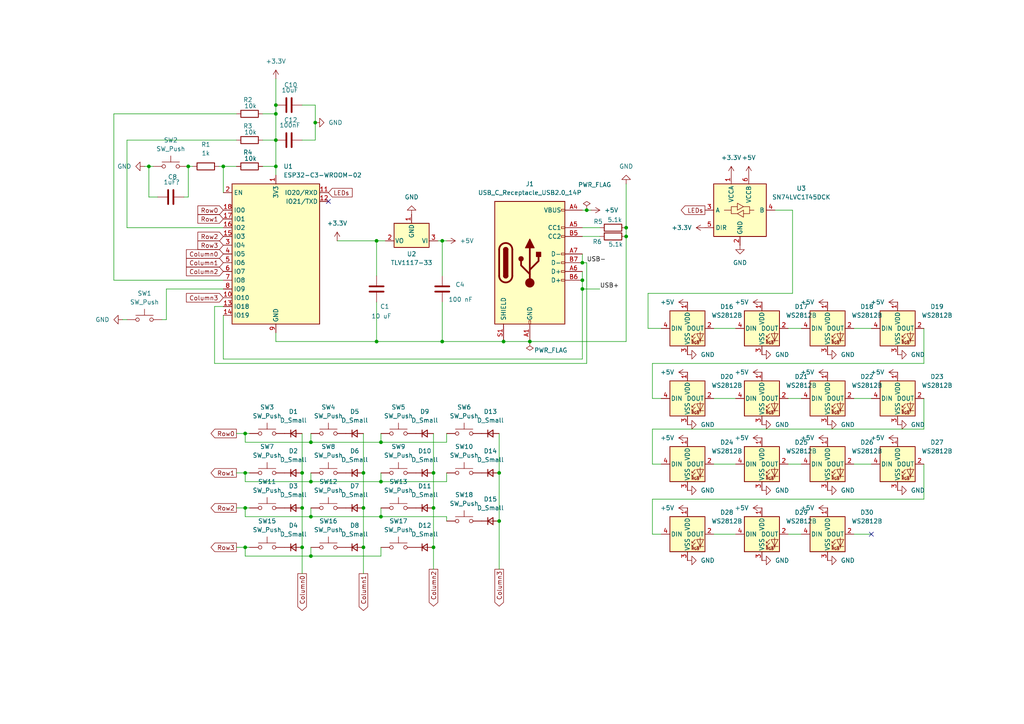
<source format=kicad_sch>
(kicad_sch (version 20250114) (generator "eeschema") (generator_version "9.0")
  (paper "A4")
  (lib_symbols
    (symbol "Connector:USB_C_Receptacle_USB2.0_14P" (pin_names (offset 1.016))
      (property "Reference" "J" (at 0 22.225 0))
      (property "Value" "USB_C_Receptacle_USB2.0_14P" (at 0 19.685 0))
      (symbol "USB_C_Receptacle_USB2.0_14P_1_1"
        (pin passive line (at -7.62 -22.86 90) (length 5.08) (name "SHIELD") (number "S1"))
        (pin passive line (at 0 -22.86 90) (length 5.08) (name "GND") (number "A1"))
        (pin passive line (at 0 -22.86 90) (length 5.08) (hide yes) (name "GND") (number "A12"))
        (pin passive line (at 0 -22.86 90) (length 5.08) (hide yes) (name "GND") (number "B1"))
        (pin passive line (at 0 -22.86 90) (length 5.08) (hide yes) (name "GND") (number "B12"))
        (pin passive line (at 15.24 15.24 180) (length 5.08) (name "VBUS") (number "A4"))
        (pin passive line (at 15.24 15.24 180) (length 5.08) (hide yes) (name "VBUS") (number "A9"))
        (pin passive line (at 15.24 15.24 180) (length 5.08) (hide yes) (name "VBUS") (number "B4"))
        (pin passive line (at 15.24 15.24 180) (length 5.08) (hide yes) (name "VBUS") (number "B9"))
        (pin bidirectional line (at 15.24 10.16 180) (length 5.08) (name "CC1") (number "A5"))
        (pin bidirectional line (at 15.24 7.62 180) (length 5.08) (name "CC2") (number "B5"))
        (pin bidirectional line (at 15.24 2.54 180) (length 5.08) (name "D-") (number "A7"))
        (pin bidirectional line (at 15.24 0 180) (length 5.08) (name "D-") (number "B7"))
        (pin bidirectional line (at 15.24 -2.54 180) (length 5.08) (name "D+") (number "A6"))
        (pin bidirectional line (at 15.24 -5.08 180) (length 5.08) (name "D+") (number "B6"))
      )
    )
    (symbol "Device:C" (pin_numbers (hide yes)) (pin_names (offset 0.254))
      (property "Reference" "C" (at 0.635 2.54 0))
      (property "Value" "C" (at 0.635 -2.54 0))
      (symbol "C_1_1"
        (pin passive line (at 0 3.81 270) (length 2.794) (name "~") (number "1"))
        (pin passive line (at 0 -3.81 90) (length 2.794) (name "~") (number "2"))
      )
    )
    (symbol "Device:D_Small" (pin_numbers (hide yes)) (pin_names (offset 0.254) (hide yes))
      (property "Reference" "D" (at -1.27 2.032 0))
      (property "Value" "D_Small" (at -3.81 -2.032 0))
      (symbol "D_Small_1_1"
        (pin passive line (at -2.54 0 0) (length 1.778) (name "K") (number "1"))
        (pin passive line (at 2.54 0 180) (length 1.778) (name "A") (number "2"))
      )
    )
    (symbol "Device:R" (pin_numbers (hide yes)) (pin_names (offset 0))
      (property "Reference" "R" (at 2.032 0 90))
      (property "Value" "R" (at 0 0 90))
      (symbol "R_1_1"
        (pin passive line (at 0 3.81 270) (length 1.27) (name "~") (number "1"))
        (pin passive line (at 0 -3.81 90) (length 1.27) (name "~") (number "2"))
      )
    )
    (symbol "LED:WS2812B" (pin_names (offset 0.254))
      (property "Reference" "D" (at 5.08 5.715 0))
      (property "Value" "WS2812B" (at 1.27 -5.715 0))
      (symbol "WS2812B_0_0"
        (text "RGB" (at 2.286 -4.191 0) (effects (font (size 0.762 0.762))))
      )
      (symbol "WS2812B_1_1"
        (pin input line (at -7.62 0 0) (length 2.54) (name "DIN") (number "4"))
        (pin power_in line (at 0 7.62 270) (length 2.54) (name "VDD") (number "1"))
        (pin power_in line (at 0 -7.62 90) (length 2.54) (name "VSS") (number "3"))
        (pin output line (at 7.62 0 180) (length 2.54) (name "DOUT") (number "2"))
      )
    )
    (symbol "Logic_LevelTranslator:SN74LVC1T45DCK"
      (property "Reference" "U" (at -6.35 8.89 0))
      (property "Value" "SN74LVC1T45DCK" (at 3.81 8.89 0))
      (symbol "SN74LVC1T45DCK_1_1"
        (pin bidirectional line (at -10.16 0 0) (length 2.54) (name "A") (number "3"))
        (pin input line (at -10.16 -5.08 0) (length 2.54) (name "DIR") (number "5"))
        (pin power_in line (at -2.54 10.16 270) (length 2.54) (name "VCCA") (number "1"))
        (pin power_in line (at 0 -10.16 90) (length 2.54) (name "GND") (number "2"))
        (pin power_in line (at 2.54 10.16 270) (length 2.54) (name "VCCB") (number "6"))
        (pin bidirectional line (at 10.16 0 180) (length 2.54) (name "B") (number "4"))
      )
    )
    (symbol "RF_Module:ESP32-C3-WROOM-02"
      (property "Reference" "U" (at -12.192 21.336 0))
      (property "Value" "ESP32-C3-WROOM-02" (at 12.192 21.336 0))
      (symbol "ESP32-C3-WROOM-02_1_1"
        (pin input line (at -15.24 17.78 0) (length 2.54) (name "EN") (number "2"))
        (pin bidirectional line (at -15.24 12.7 0) (length 2.54) (name "IO0") (number "18"))
        (pin bidirectional line (at -15.24 10.16 0) (length 2.54) (name "IO1") (number "17"))
        (pin bidirectional line (at -15.24 7.62 0) (length 2.54) (name "IO2") (number "16"))
        (pin bidirectional line (at -15.24 5.08 0) (length 2.54) (name "IO3") (number "15"))
        (pin bidirectional line (at -15.24 2.54 0) (length 2.54) (name "IO4") (number "3"))
        (pin bidirectional line (at -15.24 0 0) (length 2.54) (name "IO5") (number "4"))
        (pin bidirectional line (at -15.24 -2.54 0) (length 2.54) (name "IO6") (number "5"))
        (pin bidirectional line (at -15.24 -5.08 0) (length 2.54) (name "IO7") (number "6"))
        (pin bidirectional line (at -15.24 -7.62 0) (length 2.54) (name "IO8") (number "7"))
        (pin bidirectional line (at -15.24 -10.16 0) (length 2.54) (name "IO9") (number "8"))
        (pin bidirectional line (at -15.24 -12.7 0) (length 2.54) (name "IO10") (number "10"))
        (pin bidirectional line (at -15.24 -15.24 0) (length 2.54) (name "IO18") (number "13"))
        (pin bidirectional line (at -15.24 -17.78 0) (length 2.54) (name "IO19") (number "14"))
        (pin power_in line (at 0 22.86 270) (length 2.54) (name "3V3") (number "1"))
        (pin passive line (at 0 -22.86 90) (length 2.54) (hide yes) (name "GND") (number "19"))
        (pin power_in line (at 0 -22.86 90) (length 2.54) (name "GND") (number "9"))
        (pin bidirectional line (at 15.24 17.78 180) (length 2.54) (name "IO20/RXD") (number "11"))
        (pin bidirectional line (at 15.24 15.24 180) (length 2.54) (name "IO21/TXD") (number "12"))
      )
    )
    (symbol "Regulator_Linear:TLV1117-33" (pin_names (offset 0.254))
      (property "Reference" "U" (at -3.81 3.175 0))
      (property "Value" "TLV1117-33" (at 0 3.175 0))
      (symbol "TLV1117-33_1_1"
        (pin power_in line (at -7.62 0 0) (length 2.54) (name "VI") (number "3"))
        (pin power_in line (at 0 -7.62 90) (length 2.54) (name "GND") (number "1"))
        (pin power_out line (at 7.62 0 180) (length 2.54) (name "VO") (number "2"))
      )
    )
    (symbol "Switch:SW_Push" (pin_numbers (hide yes)) (pin_names (offset 1.016) (hide yes))
      (property "Reference" "SW" (at 1.27 2.54 0))
      (property "Value" "SW_Push" (at 0 -1.524 0))
      (symbol "SW_Push_0_1"
        (pin passive line (at -5.08 0 0) (length 2.54) (name "1") (number "1"))
        (pin passive line (at 5.08 0 180) (length 2.54) (name "2") (number "2"))
      )
    )
    (symbol "power:+3.3V" (power) (pin_numbers (hide yes)) (pin_names (offset 0) (hide yes))
      (property "Value" "+3.3V" (at 0 3.556 0))
      (symbol "+3.3V_1_1"
        (pin power_in line (at 0 0 90) (length 0) (name "~") (number "1"))
      )
    )
    (symbol "power:+5V" (power) (pin_numbers (hide yes)) (pin_names (offset 0) (hide yes))
      (property "Value" "+5V" (at 0 3.556 0))
      (symbol "+5V_1_1"
        (pin power_in line (at 0 0 90) (length 0) (name "~") (number "1"))
      )
    )
    (symbol "power:GND" (power) (pin_numbers (hide yes)) (pin_names (offset 0) (hide yes))
      (property "Value" "GND" (at 0 -3.81 0))
      (symbol "GND_1_1"
        (pin power_in line (at 0 0 270) (length 0) (name "~") (number "1"))
      )
    )
    (symbol "power:PWR_FLAG" (power) (pin_numbers (hide yes)) (pin_names (offset 0) (hide yes))
      (property "Value" "PWR_FLAG" (at 0 3.81 0))
      (symbol "PWR_FLAG_0_0"
        (pin power_out line (at 0 0 90) (length 0) (name "~") (number "1"))
      )
    )
  )
  (junction (at 71.12 137.16))
  (junction (at 87.63 158.75))
  (junction (at 146.05 99.06))
  (junction (at 91.44 35.56))
  (junction (at 153.67 99.06))
  (junction (at 144.78 151.13))
  (junction (at 43.18 48.26))
  (junction (at 90.17 128.27))
  (junction (at 71.12 147.32))
  (junction (at 87.63 147.32))
  (junction (at 105.41 147.32))
  (junction (at 109.22 99.06))
  (junction (at 71.12 158.75))
  (junction (at 80.01 33.02))
  (junction (at 181.61 66.04))
  (junction (at 168.91 83.82))
  (junction (at 90.17 139.7))
  (junction (at 168.91 81.28))
  (junction (at 90.17 161.29))
  (junction (at 109.22 69.85))
  (junction (at 128.27 99.06))
  (junction (at 90.17 149.86))
  (junction (at 181.61 68.58))
  (junction (at 110.49 139.7))
  (junction (at 71.12 125.73))
  (junction (at 170.18 60.96))
  (junction (at 110.49 149.86))
  (junction (at 125.73 147.32))
  (junction (at 87.63 137.16))
  (junction (at 105.41 137.16))
  (junction (at 110.49 128.27))
  (junction (at 64.77 48.26))
  (junction (at 80.01 30.48))
  (junction (at 105.41 158.75))
  (junction (at 80.01 48.26))
  (junction (at 125.73 137.16))
  (junction (at 54.61 48.26))
  (junction (at 168.91 76.2))
  (junction (at 80.01 40.64))
  (junction (at 128.27 69.85))
  (junction (at 125.73 158.75))
  (junction (at 144.78 137.16))
  (no_connect (at 252.73 154.94))
  (no_connect (at 95.25 58.42))
  (wire (pts (xy 229.87 85.09) (xy 187.96 85.09)))
  (wire (pts (xy 110.49 149.86) (xy 129.54 149.86)))
  (wire (pts (xy 64.77 88.9) (xy 62.23 88.9)))
  (wire (pts (xy 125.73 125.73) (xy 125.73 137.16)))
  (wire (pts (xy 228.6 134.62) (xy 232.41 134.62)))
  (wire (pts (xy 54.61 57.15) (xy 54.61 48.26)))
  (wire (pts (xy 91.44 40.64) (xy 87.63 40.64)))
  (wire (pts (xy 181.61 53.34) (xy 181.61 66.04)))
  (wire (pts (xy 91.44 30.48) (xy 91.44 35.56)))
  (wire (pts (xy 48.26 83.82) (xy 64.77 83.82)))
  (wire (pts (xy 228.6 95.25) (xy 232.41 95.25)))
  (wire (pts (xy 64.77 104.14) (xy 64.77 91.44)))
  (wire (pts (xy 247.65 95.25) (xy 252.73 95.25)))
  (wire (pts (xy 36.83 40.64) (xy 36.83 66.04)))
  (wire (pts (xy 43.18 57.15) (xy 43.18 48.26)))
  (wire (pts (xy 80.01 99.06) (xy 109.22 99.06)))
  (wire (pts (xy 71.12 139.7) (xy 71.12 137.16)))
  (wire (pts (xy 110.49 128.27) (xy 110.49 125.73)))
  (wire (pts (xy 247.65 134.62) (xy 252.73 134.62)))
  (wire (pts (xy 181.61 99.06) (xy 181.61 68.58)))
  (wire (pts (xy 189.23 144.78) (xy 189.23 154.94)))
  (wire (pts (xy 110.49 149.86) (xy 110.49 147.32)))
  (wire (pts (xy 247.65 115.57) (xy 252.73 115.57)))
  (wire (pts (xy 90.17 161.29) (xy 110.49 161.29)))
  (wire (pts (xy 110.49 128.27) (xy 129.54 128.27)))
  (wire (pts (xy 76.2 33.02) (xy 80.01 33.02)))
  (wire (pts (xy 71.12 147.32) (xy 72.39 147.32)))
  (wire (pts (xy 267.97 144.78) (xy 189.23 144.78)))
  (wire (pts (xy 187.96 95.25) (xy 191.77 95.25)))
  (wire (pts (xy 247.65 154.94) (xy 252.73 154.94)))
  (wire (pts (xy 181.61 66.04) (xy 181.61 68.58)))
  (wire (pts (xy 90.17 128.27) (xy 71.12 128.27)))
  (wire (pts (xy 168.91 78.74) (xy 168.91 81.28)))
  (wire (pts (xy 71.12 149.86) (xy 90.17 149.86)))
  (wire (pts (xy 90.17 137.16) (xy 90.17 139.7)))
  (wire (pts (xy 68.58 125.73) (xy 71.12 125.73)))
  (wire (pts (xy 128.27 87.63) (xy 128.27 99.06)))
  (wire (pts (xy 189.23 115.57) (xy 191.77 115.57)))
  (wire (pts (xy 110.49 161.29) (xy 110.49 158.75)))
  (wire (pts (xy 33.02 33.02) (xy 33.02 81.28)))
  (wire (pts (xy 90.17 149.86) (xy 90.17 147.32)))
  (wire (pts (xy 125.73 137.16) (xy 125.73 147.32)))
  (wire (pts (xy 71.12 128.27) (xy 71.12 125.73)))
  (wire (pts (xy 170.18 105.41) (xy 170.18 76.2)))
  (wire (pts (xy 105.41 158.75) (xy 105.41 166.37)))
  (wire (pts (xy 87.63 158.75) (xy 87.63 166.37)))
  (wire (pts (xy 125.73 147.32) (xy 125.73 158.75)))
  (wire (pts (xy 109.22 87.63) (xy 109.22 99.06)))
  (wire (pts (xy 229.87 60.96) (xy 229.87 85.09)))
  (wire (pts (xy 71.12 147.32) (xy 71.12 149.86)))
  (wire (pts (xy 187.96 85.09) (xy 187.96 95.25)))
  (wire (pts (xy 267.97 115.57) (xy 267.97 124.46)))
  (wire (pts (xy 76.2 48.26) (xy 80.01 48.26)))
  (wire (pts (xy 76.2 40.64) (xy 80.01 40.64)))
  (wire (pts (xy 224.79 60.96) (xy 229.87 60.96)))
  (wire (pts (xy 68.58 147.32) (xy 71.12 147.32)))
  (wire (pts (xy 33.02 81.28) (xy 64.77 81.28)))
  (wire (pts (xy 129.54 128.27) (xy 129.54 125.73)))
  (wire (pts (xy 189.23 134.62) (xy 191.77 134.62)))
  (wire (pts (xy 80.01 22.86) (xy 80.01 30.48)))
  (wire (pts (xy 168.91 73.66) (xy 168.91 76.2)))
  (wire (pts (xy 90.17 125.73) (xy 90.17 128.27)))
  (wire (pts (xy 168.91 83.82) (xy 168.91 104.14)))
  (wire (pts (xy 128.27 69.85) (xy 128.27 80.01)))
  (wire (pts (xy 53.34 57.15) (xy 54.61 57.15)))
  (wire (pts (xy 41.91 48.26) (xy 43.18 48.26)))
  (wire (pts (xy 71.12 137.16) (xy 72.39 137.16)))
  (wire (pts (xy 90.17 149.86) (xy 110.49 149.86)))
  (wire (pts (xy 68.58 137.16) (xy 71.12 137.16)))
  (wire (pts (xy 62.23 88.9) (xy 62.23 105.41)))
  (wire (pts (xy 168.91 66.04) (xy 173.99 66.04)))
  (wire (pts (xy 87.63 147.32) (xy 87.63 158.75)))
  (wire (pts (xy 144.78 125.73) (xy 144.78 137.16)))
  (wire (pts (xy 207.01 154.94) (xy 213.36 154.94)))
  (wire (pts (xy 71.12 125.73) (xy 72.39 125.73)))
  (wire (pts (xy 110.49 139.7) (xy 110.49 137.16)))
  (wire (pts (xy 153.67 99.06) (xy 181.61 99.06)))
  (wire (pts (xy 64.77 48.26) (xy 64.77 55.88)))
  (wire (pts (xy 87.63 30.48) (xy 91.44 30.48)))
  (wire (pts (xy 36.83 66.04) (xy 64.77 66.04)))
  (wire (pts (xy 267.97 124.46) (xy 189.23 124.46)))
  (wire (pts (xy 90.17 139.7) (xy 110.49 139.7)))
  (wire (pts (xy 109.22 69.85) (xy 111.76 69.85)))
  (wire (pts (xy 207.01 115.57) (xy 213.36 115.57)))
  (wire (pts (xy 80.01 48.26) (xy 80.01 50.8)))
  (wire (pts (xy 228.6 154.94) (xy 232.41 154.94)))
  (wire (pts (xy 129.54 149.86) (xy 129.54 151.13)))
  (wire (pts (xy 127 69.85) (xy 128.27 69.85)))
  (wire (pts (xy 90.17 161.29) (xy 90.17 158.75)))
  (wire (pts (xy 63.5 48.26) (xy 64.77 48.26)))
  (wire (pts (xy 267.97 134.62) (xy 267.97 144.78)))
  (wire (pts (xy 189.23 154.94) (xy 191.77 154.94)))
  (wire (pts (xy 109.22 69.85) (xy 109.22 80.01)))
  (wire (pts (xy 189.23 124.46) (xy 189.23 134.62)))
  (wire (pts (xy 129.54 139.7) (xy 129.54 137.16)))
  (wire (pts (xy 43.18 48.26) (xy 44.45 48.26)))
  (wire (pts (xy 35.56 92.71) (xy 36.83 92.71)))
  (wire (pts (xy 105.41 125.73) (xy 105.41 137.16)))
  (wire (pts (xy 168.91 68.58) (xy 173.99 68.58)))
  (wire (pts (xy 80.01 33.02) (xy 80.01 40.64)))
  (wire (pts (xy 54.61 48.26) (xy 55.88 48.26)))
  (wire (pts (xy 267.97 105.41) (xy 189.23 105.41)))
  (wire (pts (xy 128.27 99.06) (xy 146.05 99.06)))
  (wire (pts (xy 125.73 158.75) (xy 125.73 165.1)))
  (wire (pts (xy 62.23 105.41) (xy 170.18 105.41)))
  (wire (pts (xy 170.18 60.96) (xy 168.91 60.96)))
  (wire (pts (xy 168.91 104.14) (xy 64.77 104.14)))
  (wire (pts (xy 97.79 69.85) (xy 109.22 69.85)))
  (wire (pts (xy 46.99 92.71) (xy 48.26 92.71)))
  (wire (pts (xy 110.49 139.7) (xy 129.54 139.7)))
  (wire (pts (xy 71.12 158.75) (xy 71.12 161.29)))
  (wire (pts (xy 173.99 83.82) (xy 168.91 83.82)))
  (wire (pts (xy 45.72 57.15) (xy 43.18 57.15)))
  (wire (pts (xy 170.18 76.2) (xy 168.91 76.2)))
  (wire (pts (xy 207.01 95.25) (xy 213.36 95.25)))
  (wire (pts (xy 109.22 99.06) (xy 128.27 99.06)))
  (wire (pts (xy 90.17 139.7) (xy 71.12 139.7)))
  (wire (pts (xy 68.58 40.64) (xy 36.83 40.64)))
  (wire (pts (xy 144.78 151.13) (xy 144.78 165.1)))
  (wire (pts (xy 71.12 158.75) (xy 72.39 158.75)))
  (wire (pts (xy 48.26 92.71) (xy 48.26 83.82)))
  (wire (pts (xy 68.58 48.26) (xy 64.77 48.26)))
  (wire (pts (xy 207.01 134.62) (xy 213.36 134.62)))
  (wire (pts (xy 91.44 35.56) (xy 91.44 40.64)))
  (wire (pts (xy 87.63 137.16) (xy 87.63 147.32)))
  (wire (pts (xy 228.6 115.57) (xy 232.41 115.57)))
  (wire (pts (xy 90.17 128.27) (xy 110.49 128.27)))
  (wire (pts (xy 80.01 40.64) (xy 80.01 48.26)))
  (wire (pts (xy 105.41 147.32) (xy 105.41 158.75)))
  (wire (pts (xy 68.58 158.75) (xy 71.12 158.75)))
  (wire (pts (xy 80.01 96.52) (xy 80.01 99.06)))
  (wire (pts (xy 189.23 105.41) (xy 189.23 115.57)))
  (wire (pts (xy 128.27 69.85) (xy 129.54 69.85)))
  (wire (pts (xy 171.45 60.96) (xy 170.18 60.96)))
  (wire (pts (xy 68.58 33.02) (xy 33.02 33.02)))
  (wire (pts (xy 87.63 125.73) (xy 87.63 137.16)))
  (wire (pts (xy 144.78 137.16) (xy 144.78 151.13)))
  (wire (pts (xy 146.05 99.06) (xy 153.67 99.06)))
  (wire (pts (xy 105.41 137.16) (xy 105.41 147.32)))
  (wire (pts (xy 168.91 81.28) (xy 168.91 83.82)))
  (wire (pts (xy 71.12 161.29) (xy 90.17 161.29)))
  (wire (pts (xy 80.01 30.48) (xy 80.01 33.02)))
  (wire (pts (xy 267.97 95.25) (xy 267.97 105.41)))
  (label "USB-" (at 170.18 76.2 0))
  (label "USB+" (at 173.99 83.82 0))
  (global_label "Row3" (shape output) (at 68.58 158.75 180) (property "Intersheetrefs" "${INTERSHEET_REFS}" (effects (hide yes))))
  (global_label "Row0" (shape output) (at 68.58 125.73 180) (property "Intersheetrefs" "${INTERSHEET_REFS}" (effects (hide yes))))
  (global_label "Row3" (shape input) (at 64.77 71.12 180) (property "Intersheetrefs" "${INTERSHEET_REFS}" (effects (hide yes))))
  (global_label "Column2" (shape output) (at 125.73 165.1 270) (property "Intersheetrefs" "${INTERSHEET_REFS}" (effects (hide yes))))
  (global_label "LEDs" (shape input) (at 95.25 55.88 0) (property "Intersheetrefs" "${INTERSHEET_REFS}" (effects (hide yes))))
  (global_label "Row1" (shape input) (at 64.77 63.5 180) (property "Intersheetrefs" "${INTERSHEET_REFS}" (effects (hide yes))))
  (global_label "Column3" (shape output) (at 144.78 165.1 270) (property "Intersheetrefs" "${INTERSHEET_REFS}" (effects (hide yes))))
  (global_label "Row0" (shape input) (at 64.77 60.96 180) (property "Intersheetrefs" "${INTERSHEET_REFS}" (effects (hide yes))))
  (global_label "Column3" (shape input) (at 64.77 86.36 180) (property "Intersheetrefs" "${INTERSHEET_REFS}" (effects (hide yes))))
  (global_label "Row2" (shape input) (at 64.77 68.58 180) (property "Intersheetrefs" "${INTERSHEET_REFS}" (effects (hide yes))))
  (global_label "Column0" (shape output) (at 87.63 166.37 270) (property "Intersheetrefs" "${INTERSHEET_REFS}" (effects (hide yes))))
  (global_label "Row2" (shape output) (at 68.58 147.32 180) (property "Intersheetrefs" "${INTERSHEET_REFS}" (effects (hide yes))))
  (global_label "Column1" (shape input) (at 64.77 76.2 180) (property "Intersheetrefs" "${INTERSHEET_REFS}" (effects (hide yes))))
  (global_label "LEDs" (shape output) (at 204.47 60.96 180) (property "Intersheetrefs" "${INTERSHEET_REFS}" (effects (hide yes))))
  (global_label "Column2" (shape input) (at 64.77 78.74 180) (property "Intersheetrefs" "${INTERSHEET_REFS}" (effects (hide yes))))
  (global_label "Column1" (shape output) (at 105.41 166.37 270) (property "Intersheetrefs" "${INTERSHEET_REFS}" (effects (hide yes))))
  (global_label "Column0" (shape input) (at 64.77 73.66 180) (property "Intersheetrefs" "${INTERSHEET_REFS}" (effects (hide yes))))
  (global_label "Row1" (shape output) (at 68.58 137.16 180) (property "Intersheetrefs" "${INTERSHEET_REFS}" (effects (hide yes))))
  (symbol (lib_id "power:GND") (at 260.35 142.24 90) (unit 1)
    (property "Reference" "#PWR032" (effects (hide yes)))
    (property "Value" "GND" (at 264.16 142.2399 90) (effects (justify right)))
    (property "Description" "Power symbol creates a global label with name \"GND\" , ground" (effects (hide yes)))
  )
  (symbol (lib_id "Switch:SW_Push") (at 95.25 158.75 0) (unit 1)
    (property "Reference" "SW16" (at 95.25 151.13 0))
    (property "Value" "SW_Push" (at 95.25 153.67 0))
    (property "Footprint" "PCM_marbastlib-mx:SW_MX_HS_CPG151101S11_1u" (effects (hide yes)))
    (property "Description" "Push button switch, generic, two pins" (effects (hide yes)))
  )
  (symbol (lib_id "LED:WS2812B") (at 260.35 95.25 0) (unit 1)
    (property "Reference" "D19" (at 271.78 88.9314 0))
    (property "Value" "WS2812B" (at 271.78 91.4714 0))
    (property "Footprint" "meow:LED-SMD_4P_XL-6028RGBW-WS2812B" (effects (hide yes)))
    (property "Datasheet" "https://cdn-shop.adafruit.com/datasheets/WS2812B.pdf" (effects (hide yes)))
    (property "Description" "RGB LED with integrated controller" (effects (hide yes)))
  )
  (symbol (lib_id "power:+3.3V") (at 204.47 66.04 90) (unit 1)
    (property "Reference" "#PWR042" (effects (hide yes)))
    (property "Value" "+3.3V" (at 200.66 66.0399 90) (effects (justify left)))
    (property "Description" "Power symbol creates a global label with name \"+3.3V\"" (effects (hide yes)))
  )
  (symbol (lib_id "LED:WS2812B") (at 199.39 95.25 0) (unit 1)
    (property "Reference" "D16" (at 210.82 88.9314 0))
    (property "Value" "WS2812B" (at 210.82 91.4714 0))
    (property "Footprint" "meow:LED-SMD_4P_XL-6028RGBW-WS2812B" (effects (hide yes)))
    (property "Datasheet" "https://cdn-shop.adafruit.com/datasheets/WS2812B.pdf" (effects (hide yes)))
    (property "Description" "RGB LED with integrated controller" (effects (hide yes)))
  )
  (symbol (lib_id "Connector:USB_C_Receptacle_USB2.0_14P") (at 153.67 76.2 0) (unit 1)
    (property "Reference" "J1" (at 153.67 53.34 0))
    (property "Value" "USB_C_Receptacle_USB2.0_14P" (at 153.67 55.88 0))
    (property "Footprint" "Connector_USB:USB_C_Receptacle_HRO_TYPE-C-31-M-12" (effects (hide yes)))
    (property "Datasheet" "https://www.usb.org/sites/default/files/documents/usb_type-c.zip" (effects (hide yes)))
    (property "Description" "USB 2.0-only 14P Type-C Receptacle connector" (effects (hide yes)))
    (property "LCSC" "C2765186" (effects (hide yes)))
  )
  (symbol (lib_id "power:GND") (at 214.63 71.12 0) (unit 1)
    (property "Reference" "#PWR024" (effects (hide yes)))
    (property "Value" "GND" (at 214.63 76.2 0))
    (property "Description" "Power symbol creates a global label with name \"GND\" , ground" (effects (hide yes)))
  )
  (symbol (lib_id "LED:WS2812B") (at 240.03 115.57 0) (unit 1)
    (property "Reference" "D22" (at 251.46 109.2514 0))
    (property "Value" "WS2812B" (at 251.46 111.7914 0))
    (property "Footprint" "meow:LED-SMD_4P_XL-6028RGBW-WS2812B" (effects (hide yes)))
    (property "Datasheet" "https://cdn-shop.adafruit.com/datasheets/WS2812B.pdf" (effects (hide yes)))
    (property "Description" "RGB LED with integrated controller" (effects (hide yes)))
  )
  (symbol (lib_id "Device:C") (at 83.82 30.48 270) (unit 1)
    (property "Reference" "C10" (at 84.328 24.638 90))
    (property "Value" "10uF" (at 84.074 26.162 90))
    (property "Footprint" "Capacitor_SMD:C_0603_1608Metric_Pad1.08x0.95mm_HandSolder" (effects (hide yes)))
    (property "Description" "Unpolarized capacitor" (effects (hide yes)))
  )
  (symbol (lib_id "Switch:SW_Push") (at 77.47 125.73 0) (unit 1)
    (property "Reference" "SW3" (at 77.47 118.11 0))
    (property "Value" "SW_Push" (at 77.47 120.65 0))
    (property "Footprint" "PCM_marbastlib-mx:SW_MX_HS_CPG151101S11_1u" (effects (hide yes)))
    (property "Description" "Push button switch, generic, two pins" (effects (hide yes)))
  )
  (symbol (lib_id "power:+3.3V") (at 97.79 69.85 0) (unit 1)
    (property "Reference" "#PWR05" (effects (hide yes)))
    (property "Value" "+3.3V" (at 97.79 64.77 0))
    (property "Description" "Power symbol creates a global label with name \"+3.3V\"" (effects (hide yes)))
  )
  (symbol (lib_id "power:+5V") (at 240.03 107.95 90) (unit 1)
    (property "Reference" "#PWR015" (effects (hide yes)))
    (property "Value" "+5V" (at 236.22 107.9499 90) (effects (justify left)))
    (property "Description" "Power symbol creates a global label with name \"+5V\"" (effects (hide yes)))
  )
  (symbol (lib_id "Device:D_Small") (at 102.87 137.16 0) (unit 1)
    (property "Reference" "D6" (at 102.87 130.81 0))
    (property "Value" "D_Small" (at 102.87 133.35 0))
    (property "Footprint" "Diode_SMD:D_0603_1608Metric_Pad1.05x0.95mm_HandSolder" (effects (hide yes)))
    (property "Description" "Diode, small symbol" (effects (hide yes)))
    (property "Sim.Device" "D" (effects (hide yes)))
    (property "Sim.Pins" "1=K 2=A" (effects (hide yes)))
  )
  (symbol (lib_id "Device:C") (at 109.22 83.82 0) (unit 1)
    (property "Reference" "C1" (at 110.236 88.9 0) (effects (justify left)))
    (property "Value" "10 uF" (at 107.696 91.694 0) (effects (justify left)))
    (property "Footprint" "Capacitor_SMD:C_0603_1608Metric_Pad1.08x0.95mm_HandSolder" (effects (hide yes)))
    (property "Description" "Unpolarized capacitor" (effects (hide yes)))
    (property "LCSC" "C85713" (effects (hide yes)))
  )
  (symbol (lib_id "Switch:SW_Push") (at 115.57 125.73 0) (unit 1)
    (property "Reference" "SW5" (at 115.57 118.11 0))
    (property "Value" "SW_Push" (at 115.57 120.65 0))
    (property "Footprint" "PCM_marbastlib-mx:SW_MX_HS_CPG151101S11_1u" (effects (hide yes)))
    (property "Description" "Push button switch, generic, two pins" (effects (hide yes)))
  )
  (symbol (lib_id "power:+5V") (at 199.39 147.32 90) (unit 1)
    (property "Reference" "#PWR021" (effects (hide yes)))
    (property "Value" "+5V" (at 195.58 147.3199 90) (effects (justify left)))
    (property "Description" "Power symbol creates a global label with name \"+5V\"" (effects (hide yes)))
  )
  (symbol (lib_id "power:+5V") (at 260.35 87.63 90) (unit 1)
    (property "Reference" "#PWR012" (effects (hide yes)))
    (property "Value" "+5V" (at 256.54 87.6299 90) (effects (justify left)))
    (property "Description" "Power symbol creates a global label with name \"+5V\"" (effects (hide yes)))
  )
  (symbol (lib_id "LED:WS2812B") (at 260.35 134.62 0) (unit 1)
    (property "Reference" "D27" (at 271.78 128.3014 0))
    (property "Value" "WS2812B" (at 271.78 130.8414 0))
    (property "Footprint" "meow:LED-SMD_4P_XL-6028RGBW-WS2812B" (effects (hide yes)))
    (property "Datasheet" "https://cdn-shop.adafruit.com/datasheets/WS2812B.pdf" (effects (hide yes)))
    (property "Description" "RGB LED with integrated controller" (effects (hide yes)))
  )
  (symbol (lib_id "LED:WS2812B") (at 199.39 154.94 0) (unit 1)
    (property "Reference" "D28" (at 210.82 148.6214 0))
    (property "Value" "WS2812B" (at 210.82 151.1614 0))
    (property "Footprint" "meow:LED-SMD_4P_XL-6028RGBW-WS2812B" (effects (hide yes)))
    (property "Datasheet" "https://cdn-shop.adafruit.com/datasheets/WS2812B.pdf" (effects (hide yes)))
    (property "Description" "RGB LED with integrated controller" (effects (hide yes)))
  )
  (symbol (lib_id "Device:C") (at 83.82 40.64 270) (unit 1)
    (property "Reference" "C12" (at 84.328 34.798 90))
    (property "Value" "100nF" (at 84.074 36.322 90))
    (property "Footprint" "Capacitor_SMD:C_0603_1608Metric_Pad1.08x0.95mm_HandSolder" (effects (hide yes)))
    (property "Description" "Unpolarized capacitor" (effects (hide yes)))
  )
  (symbol (lib_id "LED:WS2812B") (at 220.98 134.62 0) (unit 1)
    (property "Reference" "D25" (at 232.41 128.3014 0))
    (property "Value" "WS2812B" (at 232.41 130.8414 0))
    (property "Footprint" "meow:LED-SMD_4P_XL-6028RGBW-WS2812B" (effects (hide yes)))
    (property "Datasheet" "https://cdn-shop.adafruit.com/datasheets/WS2812B.pdf" (effects (hide yes)))
    (property "Description" "RGB LED with integrated controller" (effects (hide yes)))
  )
  (symbol (lib_id "power:PWR_FLAG") (at 170.18 60.96 0) (unit 1)
    (property "Reference" "#FLG02" (effects (hide yes)))
    (property "Value" "PWR_FLAG" (at 172.466 53.594 0))
    (property "Description" "Special symbol for telling ERC where power comes from" (effects (hide yes)))
  )
  (symbol (lib_id "Device:D_Small") (at 85.09 137.16 0) (unit 1)
    (property "Reference" "D2" (at 85.09 130.81 0))
    (property "Value" "D_Small" (at 85.09 133.35 0))
    (property "Footprint" "Diode_SMD:D_0603_1608Metric_Pad1.05x0.95mm_HandSolder" (effects (hide yes)))
    (property "Description" "Diode, small symbol" (effects (hide yes)))
    (property "Sim.Device" "D" (effects (hide yes)))
    (property "Sim.Pins" "1=K 2=A" (effects (hide yes)))
  )
  (symbol (lib_id "power:GND") (at 240.03 142.24 90) (unit 1)
    (property "Reference" "#PWR031" (effects (hide yes)))
    (property "Value" "GND" (at 243.84 142.2399 90) (effects (justify right)))
    (property "Description" "Power symbol creates a global label with name \"GND\" , ground" (effects (hide yes)))
  )
  (symbol (lib_id "Switch:SW_Push") (at 134.62 137.16 0) (unit 1)
    (property "Reference" "SW10" (at 134.62 129.54 0))
    (property "Value" "SW_Push" (at 134.62 132.08 0))
    (property "Footprint" "PCM_marbastlib-mx:SW_MX_HS_CPG151101S11_1u" (effects (hide yes)))
    (property "Description" "Push button switch, generic, two pins" (effects (hide yes)))
  )
  (symbol (lib_id "Device:R") (at 177.8 68.58 90) (unit 1)
    (property "Reference" "R6" (at 173.228 70.104 90))
    (property "Value" "5.1k" (at 178.562 70.866 90))
    (property "Footprint" "Resistor_SMD:R_0603_1608Metric_Pad0.98x0.95mm_HandSolder" (effects (hide yes)))
    (property "Description" "Resistor" (effects (hide yes)))
    (property "LCSC" "C23186" (effects (hide yes)))
  )
  (symbol (lib_id "Switch:SW_Push") (at 115.57 137.16 0) (unit 1)
    (property "Reference" "SW9" (at 115.57 129.54 0))
    (property "Value" "SW_Push" (at 115.57 132.08 0))
    (property "Footprint" "PCM_marbastlib-mx:SW_MX_HS_CPG151101S11_1u" (effects (hide yes)))
    (property "Description" "Push button switch, generic, two pins" (effects (hide yes)))
  )
  (symbol (lib_id "Switch:SW_Push") (at 49.53 48.26 0) (unit 1)
    (property "Reference" "SW2" (at 49.53 40.64 0))
    (property "Value" "SW_Push" (at 49.53 43.18 0))
    (property "Footprint" "Button_Switch_SMD:SW_Push_SPST_NO_Alps_SKRK" (effects (hide yes)))
    (property "Description" "Push button switch, generic, two pins" (effects (hide yes)))
    (property "LCSC" "C2874432" (effects (hide yes)))
  )
  (symbol (lib_id "Device:R") (at 72.39 40.64 90) (unit 1)
    (property "Reference" "R3" (at 71.882 36.576 90))
    (property "Value" "10k" (at 72.644 38.354 90))
    (property "Footprint" "Resistor_SMD:R_0603_1608Metric_Pad0.98x0.95mm_HandSolder" (effects (hide yes)))
    (property "Description" "Resistor" (effects (hide yes)))
    (property "LCSC" "C25804" (effects (hide yes)))
  )
  (symbol (lib_id "power:GND") (at 41.91 48.26 270) (unit 1)
    (property "Reference" "#PWR02" (effects (hide yes)))
    (property "Value" "GND" (at 38.1 48.2599 90) (effects (justify right)))
    (property "Description" "Power symbol creates a global label with name \"GND\" , ground" (effects (hide yes)))
  )
  (symbol (lib_id "power:GND") (at 260.35 123.19 90) (unit 1)
    (property "Reference" "#PWR028" (effects (hide yes)))
    (property "Value" "GND" (at 264.16 123.1899 90) (effects (justify right)))
    (property "Description" "Power symbol creates a global label with name \"GND\" , ground" (effects (hide yes)))
  )
  (symbol (lib_id "power:+3.3V") (at 80.01 22.86 0) (unit 1)
    (property "Reference" "#PWR04" (effects (hide yes)))
    (property "Value" "+3.3V" (at 80.01 17.78 0))
    (property "Description" "Power symbol creates a global label with name \"+3.3V\"" (effects (hide yes)))
  )
  (symbol (lib_id "power:+5V") (at 129.54 69.85 270) (unit 1)
    (property "Reference" "#PWR07" (effects (hide yes)))
    (property "Value" "+5V" (at 133.35 69.8499 90) (effects (justify left)))
    (property "Description" "Power symbol creates a global label with name \"+5V\"" (effects (hide yes)))
  )
  (symbol (lib_id "Logic_LevelTranslator:SN74LVC1T45DCK") (at 214.63 60.96 0) (unit 1)
    (property "Reference" "U3" (at 232.41 54.6414 0))
    (property "Value" "SN74LVC1T45DCK" (at 232.41 57.1814 0))
    (property "Footprint" "Package_TO_SOT_SMD:SOT-363_SC-70-6_Handsoldering" (effects (hide yes)))
    (property "Datasheet" "http://www.ti.com/lit/ds/symlink/sn74lvc1t45.pdf" (effects (hide yes)))
    (property "Description" "Single-Bit Dual-Supply Bus Transceiver With Configurable Voltage Translation and 3-State Outputs, SOT-363" (effects (hide yes)))
    (property "LCSC" "C168855" (effects (hide yes)))
  )
  (symbol (lib_id "Device:D_Small") (at 85.09 147.32 0) (unit 1)
    (property "Reference" "D3" (at 85.09 140.97 0))
    (property "Value" "D_Small" (at 85.09 143.51 0))
    (property "Footprint" "Diode_SMD:D_0603_1608Metric_Pad1.05x0.95mm_HandSolder" (effects (hide yes)))
    (property "Description" "Diode, small symbol" (effects (hide yes)))
    (property "Sim.Device" "D" (effects (hide yes)))
    (property "Sim.Pins" "1=K 2=A" (effects (hide yes)))
  )
  (symbol (lib_id "Switch:SW_Push") (at 95.25 137.16 0) (unit 1)
    (property "Reference" "SW8" (at 95.25 129.54 0))
    (property "Value" "SW_Push" (at 95.25 132.08 0))
    (property "Footprint" "PCM_marbastlib-mx:SW_MX_HS_CPG151101S11_1u" (effects (hide yes)))
    (property "Description" "Push button switch, generic, two pins" (effects (hide yes)))
  )
  (symbol (lib_id "Switch:SW_Push") (at 134.62 151.13 0) (unit 1)
    (property "Reference" "SW18" (at 134.62 143.51 0))
    (property "Value" "SW_Push" (at 134.62 146.05 0))
    (property "Footprint" "PCM_marbastlib-mx:SW_MX_HS_CPG151101S11_1u" (effects (hide yes)))
    (property "Description" "Push button switch, generic, two pins" (effects (hide yes)))
  )
  (symbol (lib_id "Device:D_Small") (at 102.87 125.73 0) (unit 1)
    (property "Reference" "D5" (at 102.87 119.38 0))
    (property "Value" "D_Small" (at 102.87 121.92 0))
    (property "Footprint" "Diode_SMD:D_0603_1608Metric_Pad1.05x0.95mm_HandSolder" (effects (hide yes)))
    (property "Description" "Diode, small symbol" (effects (hide yes)))
    (property "Sim.Device" "D" (effects (hide yes)))
    (property "Sim.Pins" "1=K 2=A" (effects (hide yes)))
    (property "LCSC" "C30584800" (effects (hide yes)))
  )
  (symbol (lib_id "LED:WS2812B") (at 199.39 115.57 0) (unit 1)
    (property "Reference" "D20" (at 210.82 109.2514 0))
    (property "Value" "WS2812B" (at 210.82 111.7914 0))
    (property "Footprint" "meow:LED-SMD_4P_XL-6028RGBW-WS2812B" (effects (hide yes)))
    (property "Datasheet" "https://cdn-shop.adafruit.com/datasheets/WS2812B.pdf" (effects (hide yes)))
    (property "Description" "RGB LED with integrated controller" (effects (hide yes)))
  )
  (symbol (lib_id "LED:WS2812B") (at 240.03 134.62 0) (unit 1)
    (property "Reference" "D26" (at 251.46 128.3014 0))
    (property "Value" "WS2812B" (at 251.46 130.8414 0))
    (property "Footprint" "meow:LED-SMD_4P_XL-6028RGBW-WS2812B" (effects (hide yes)))
    (property "Datasheet" "https://cdn-shop.adafruit.com/datasheets/WS2812B.pdf" (effects (hide yes)))
    (property "Description" "RGB LED with integrated controller" (effects (hide yes)))
  )
  (symbol (lib_id "Device:R") (at 59.69 48.26 90) (mirror x) (unit 1)
    (property "Reference" "R1" (at 59.69 41.91 90))
    (property "Value" "1k" (at 59.69 44.45 90))
    (property "Footprint" "Resistor_SMD:R_0603_1608Metric_Pad0.98x0.95mm_HandSolder" (effects (hide yes)))
    (property "Description" "Resistor" (effects (hide yes)))
    (property "LCSC" "C2907113" (effects (hide yes)))
  )
  (symbol (lib_id "power:GND") (at 35.56 92.71 270) (unit 1)
    (property "Reference" "#PWR01" (effects (hide yes)))
    (property "Value" "GND" (at 31.75 92.7099 90) (effects (justify right)))
    (property "Description" "Power symbol creates a global label with name \"GND\" , ground" (effects (hide yes)))
  )
  (symbol (lib_id "LED:WS2812B") (at 199.39 134.62 0) (unit 1)
    (property "Reference" "D24" (at 210.82 128.3014 0))
    (property "Value" "WS2812B" (at 210.82 130.8414 0))
    (property "Footprint" "meow:LED-SMD_4P_XL-6028RGBW-WS2812B" (effects (hide yes)))
    (property "Datasheet" "https://cdn-shop.adafruit.com/datasheets/WS2812B.pdf" (effects (hide yes)))
    (property "Description" "RGB LED with integrated controller" (effects (hide yes)))
  )
  (symbol (lib_id "Device:R") (at 177.8 66.04 90) (unit 1)
    (property "Reference" "R5" (at 173.482 64.262 90))
    (property "Value" "5.1k" (at 178.308 63.754 90))
    (property "Footprint" "Resistor_SMD:R_0603_1608Metric_Pad0.98x0.95mm_HandSolder" (effects (hide yes)))
    (property "Description" "Resistor" (effects (hide yes)))
    (property "LCSC" "C23186" (effects (hide yes)))
  )
  (symbol (lib_id "Device:R") (at 72.39 48.26 90) (unit 1)
    (property "Reference" "R4" (at 71.882 44.196 90))
    (property "Value" "10k" (at 72.644 45.974 90))
    (property "Footprint" "Resistor_SMD:R_0603_1608Metric_Pad0.98x0.95mm_HandSolder" (effects (hide yes)))
    (property "Description" "Resistor" (effects (hide yes)))
    (property "LCSC" "C25804" (effects (hide yes)))
  )
  (symbol (lib_id "Switch:SW_Push") (at 115.57 147.32 0) (unit 1)
    (property "Reference" "SW13" (at 115.57 139.7 0))
    (property "Value" "SW_Push" (at 115.57 142.24 0))
    (property "Footprint" "PCM_marbastlib-mx:SW_MX_HS_CPG151101S11_1u" (effects (hide yes)))
    (property "Description" "Push button switch, generic, two pins" (effects (hide yes)))
  )
  (symbol (lib_id "Switch:SW_Push") (at 77.47 158.75 0) (unit 1)
    (property "Reference" "SW15" (at 77.47 151.13 0))
    (property "Value" "SW_Push" (at 77.47 153.67 0))
    (property "Footprint" "PCM_marbastlib-mx:SW_MX_HS_CPG151101S11_1u" (effects (hide yes)))
    (property "Description" "Push button switch, generic, two pins" (effects (hide yes)))
  )
  (symbol (lib_id "power:+3.3V") (at 212.09 50.8 0) (unit 1)
    (property "Reference" "#PWR036" (effects (hide yes)))
    (property "Value" "+3.3V" (at 212.09 45.72 0))
    (property "Description" "Power symbol creates a global label with name \"+3.3V\"" (effects (hide yes)))
  )
  (symbol (lib_id "Switch:SW_Push") (at 41.91 92.71 0) (unit 1)
    (property "Reference" "SW1" (at 41.91 85.09 0))
    (property "Value" "SW_Push" (at 41.91 87.63 0))
    (property "Footprint" "Button_Switch_SMD:SW_Push_SPST_NO_Alps_SKRK" (effects (hide yes)))
    (property "Description" "Push button switch, generic, two pins" (effects (hide yes)))
    (property "LCSC" "C2874432" (effects (hide yes)))
  )
  (symbol (lib_id "Device:C") (at 49.53 57.15 270) (unit 1)
    (property "Reference" "C8" (at 50.038 51.308 90))
    (property "Value" "1uF?" (at 49.784 52.832 90))
    (property "Footprint" "Capacitor_SMD:C_0603_1608Metric_Pad1.08x0.95mm_HandSolder" (effects (hide yes)))
    (property "Description" "Unpolarized capacitor" (effects (hide yes)))
  )
  (symbol (lib_id "power:+5V") (at 220.98 147.32 90) (unit 1)
    (property "Reference" "#PWR022" (effects (hide yes)))
    (property "Value" "+5V" (at 217.17 147.3199 90) (effects (justify left)))
    (property "Description" "Power symbol creates a global label with name \"+5V\"" (effects (hide yes)))
  )
  (symbol (lib_id "power:GND") (at 220.98 162.56 90) (unit 1)
    (property "Reference" "#PWR034" (effects (hide yes)))
    (property "Value" "GND" (at 224.79 162.5599 90) (effects (justify right)))
    (property "Description" "Power symbol creates a global label with name \"GND\" , ground" (effects (hide yes)))
  )
  (symbol (lib_id "power:+5V") (at 240.03 87.63 90) (unit 1)
    (property "Reference" "#PWR011" (effects (hide yes)))
    (property "Value" "+5V" (at 236.22 87.6299 90) (effects (justify left)))
    (property "Description" "Power symbol creates a global label with name \"+5V\"" (effects (hide yes)))
  )
  (symbol (lib_id "Device:D_Small") (at 123.19 137.16 0) (unit 1)
    (property "Reference" "D10" (at 123.19 130.81 0))
    (property "Value" "D_Small" (at 123.19 133.35 0))
    (property "Footprint" "Diode_SMD:D_0603_1608Metric_Pad1.05x0.95mm_HandSolder" (effects (hide yes)))
    (property "Description" "Diode, small symbol" (effects (hide yes)))
    (property "Sim.Device" "D" (effects (hide yes)))
    (property "Sim.Pins" "1=K 2=A" (effects (hide yes)))
  )
  (symbol (lib_id "power:+5V") (at 217.17 50.8 0) (unit 1)
    (property "Reference" "#PWR041" (effects (hide yes)))
    (property "Value" "+5V" (at 217.17 45.72 0))
    (property "Description" "Power symbol creates a global label with name \"+5V\"" (effects (hide yes)))
  )
  (symbol (lib_id "Device:D_Small") (at 142.24 125.73 0) (unit 1)
    (property "Reference" "D13" (at 142.24 119.38 0))
    (property "Value" "D_Small" (at 142.24 121.92 0))
    (property "Footprint" "Diode_SMD:D_0603_1608Metric_Pad1.05x0.95mm_HandSolder" (effects (hide yes)))
    (property "Description" "Diode, small symbol" (effects (hide yes)))
    (property "Sim.Device" "D" (effects (hide yes)))
    (property "Sim.Pins" "1=K 2=A" (effects (hide yes)))
  )
  (symbol (lib_id "LED:WS2812B") (at 220.98 115.57 0) (unit 1)
    (property "Reference" "D21" (at 232.41 109.2514 0))
    (property "Value" "WS2812B" (at 232.41 111.7914 0))
    (property "Footprint" "meow:LED-SMD_4P_XL-6028RGBW-WS2812B" (effects (hide yes)))
    (property "Datasheet" "https://cdn-shop.adafruit.com/datasheets/WS2812B.pdf" (effects (hide yes)))
    (property "Description" "RGB LED with integrated controller" (effects (hide yes)))
  )
  (symbol (lib_id "Switch:SW_Push") (at 115.57 158.75 0) (unit 1)
    (property "Reference" "SW17" (at 115.57 151.13 0))
    (property "Value" "SW_Push" (at 115.57 153.67 0))
    (property "Footprint" "PCM_marbastlib-mx:SW_MX_HS_CPG151101S11_1u" (effects (hide yes)))
    (property "Description" "Push button switch, generic, two pins" (effects (hide yes)))
  )
  (symbol (lib_id "power:GND") (at 220.98 123.19 90) (unit 1)
    (property "Reference" "#PWR026" (effects (hide yes)))
    (property "Value" "GND" (at 224.79 123.1899 90) (effects (justify right)))
    (property "Description" "Power symbol creates a global label with name \"GND\" , ground" (effects (hide yes)))
  )
  (symbol (lib_id "Device:D_Small") (at 123.19 125.73 0) (unit 1)
    (property "Reference" "D9" (at 123.19 119.38 0))
    (property "Value" "D_Small" (at 123.19 121.92 0))
    (property "Footprint" "Diode_SMD:D_0603_1608Metric_Pad1.05x0.95mm_HandSolder" (effects (hide yes)))
    (property "Description" "Diode, small symbol" (effects (hide yes)))
    (property "Sim.Device" "D" (effects (hide yes)))
    (property "Sim.Pins" "1=K 2=A" (effects (hide yes)))
  )
  (symbol (lib_id "Device:C") (at 128.27 83.82 0) (unit 1)
    (property "Reference" "C4" (at 132.08 82.5499 0) (effects (justify left)))
    (property "Value" "100 nF" (at 130.048 86.868 0) (effects (justify left)))
    (property "Footprint" "Capacitor_SMD:C_0603_1608Metric_Pad1.08x0.95mm_HandSolder" (effects (hide yes)))
    (property "Description" "Unpolarized capacitor" (effects (hide yes)))
  )
  (symbol (lib_id "power:+5V") (at 220.98 107.95 90) (unit 1)
    (property "Reference" "#PWR014" (effects (hide yes)))
    (property "Value" "+5V" (at 217.17 107.9499 90) (effects (justify left)))
    (property "Description" "Power symbol creates a global label with name \"+5V\"" (effects (hide yes)))
  )
  (symbol (lib_id "power:+5V") (at 199.39 87.63 90) (unit 1)
    (property "Reference" "#PWR03" (effects (hide yes)))
    (property "Value" "+5V" (at 195.58 87.6299 90) (effects (justify left)))
    (property "Description" "Power symbol creates a global label with name \"+5V\"" (effects (hide yes)))
  )
  (symbol (lib_id "power:+5V") (at 240.03 147.32 90) (unit 1)
    (property "Reference" "#PWR023" (effects (hide yes)))
    (property "Value" "+5V" (at 236.22 147.3199 90) (effects (justify left)))
    (property "Description" "Power symbol creates a global label with name \"+5V\"" (effects (hide yes)))
  )
  (symbol (lib_id "LED:WS2812B") (at 240.03 154.94 0) (unit 1)
    (property "Reference" "D30" (at 251.46 148.6214 0))
    (property "Value" "WS2812B" (at 251.46 151.1614 0))
    (property "Footprint" "meow:LED-SMD_4P_XL-6028RGBW-WS2812B" (effects (hide yes)))
    (property "Datasheet" "https://cdn-shop.adafruit.com/datasheets/WS2812B.pdf" (effects (hide yes)))
    (property "Description" "RGB LED with integrated controller" (effects (hide yes)))
  )
  (symbol (lib_id "power:GND") (at 260.35 102.87 90) (unit 1)
    (property "Reference" "#PWR040" (effects (hide yes)))
    (property "Value" "GND" (at 264.16 102.8699 90) (effects (justify right)))
    (property "Description" "Power symbol creates a global label with name \"GND\" , ground" (effects (hide yes)))
  )
  (symbol (lib_id "power:GND") (at 199.39 142.24 90) (unit 1)
    (property "Reference" "#PWR029" (effects (hide yes)))
    (property "Value" "GND" (at 203.2 142.2399 90) (effects (justify right)))
    (property "Description" "Power symbol creates a global label with name \"GND\" , ground" (effects (hide yes)))
  )
  (symbol (lib_id "Device:D_Small") (at 85.09 158.75 0) (unit 1)
    (property "Reference" "D4" (at 85.09 152.4 0))
    (property "Value" "D_Small" (at 85.09 154.94 0))
    (property "Footprint" "Diode_SMD:D_0603_1608Metric_Pad1.05x0.95mm_HandSolder" (effects (hide yes)))
    (property "Description" "Diode, small symbol" (effects (hide yes)))
    (property "Sim.Device" "D" (effects (hide yes)))
    (property "Sim.Pins" "1=K 2=A" (effects (hide yes)))
  )
  (symbol (lib_id "power:GND") (at 199.39 162.56 90) (unit 1)
    (property "Reference" "#PWR033" (effects (hide yes)))
    (property "Value" "GND" (at 203.2 162.5599 90) (effects (justify right)))
    (property "Description" "Power symbol creates a global label with name \"GND\" , ground" (effects (hide yes)))
  )
  (symbol (lib_id "Device:D_Small") (at 123.19 158.75 0) (unit 1)
    (property "Reference" "D12" (at 123.19 152.4 0))
    (property "Value" "D_Small" (at 123.19 154.94 0))
    (property "Footprint" "Diode_SMD:D_0603_1608Metric_Pad1.05x0.95mm_HandSolder" (effects (hide yes)))
    (property "Description" "Diode, small symbol" (effects (hide yes)))
    (property "Sim.Device" "D" (effects (hide yes)))
    (property "Sim.Pins" "1=K 2=A" (effects (hide yes)))
  )
  (symbol (lib_id "LED:WS2812B") (at 220.98 154.94 0) (unit 1)
    (property "Reference" "D29" (at 232.41 148.6214 0))
    (property "Value" "WS2812B" (at 232.41 151.1614 0))
    (property "Footprint" "meow:LED-SMD_4P_XL-6028RGBW-WS2812B" (effects (hide yes)))
    (property "Datasheet" "https://cdn-shop.adafruit.com/datasheets/WS2812B.pdf" (effects (hide yes)))
    (property "Description" "RGB LED with integrated controller" (effects (hide yes)))
  )
  (symbol (lib_id "power:GND") (at 199.39 102.87 90) (unit 1)
    (property "Reference" "#PWR037" (effects (hide yes)))
    (property "Value" "GND" (at 203.2 102.8699 90) (effects (justify right)))
    (property "Description" "Power symbol creates a global label with name \"GND\" , ground" (effects (hide yes)))
  )
  (symbol (lib_id "Switch:SW_Push") (at 77.47 147.32 0) (unit 1)
    (property "Reference" "SW11" (at 77.47 139.7 0))
    (property "Value" "SW_Push" (at 77.47 142.24 0))
    (property "Footprint" "PCM_marbastlib-mx:SW_MX_HS_CPG151101S11_1u" (effects (hide yes)))
    (property "Description" "Push button switch, generic, two pins" (effects (hide yes)))
  )
  (symbol (lib_id "Switch:SW_Push") (at 77.47 137.16 0) (unit 1)
    (property "Reference" "SW7" (at 77.47 129.54 0))
    (property "Value" "SW_Push" (at 77.47 132.08 0))
    (property "Footprint" "PCM_marbastlib-mx:SW_MX_HS_CPG151101S11_1u" (effects (hide yes)))
    (property "Description" "Push button switch, generic, two pins" (effects (hide yes)))
  )
  (symbol (lib_id "Switch:SW_Push") (at 95.25 147.32 0) (unit 1)
    (property "Reference" "SW12" (at 95.25 139.7 0))
    (property "Value" "SW_Push" (at 95.25 142.24 0))
    (property "Footprint" "PCM_marbastlib-mx:SW_MX_HS_CPG151101S11_1u" (effects (hide yes)))
    (property "Description" "Push button switch, generic, two pins" (effects (hide yes)))
  )
  (symbol (lib_id "power:GND") (at 220.98 142.24 90) (unit 1)
    (property "Reference" "#PWR030" (effects (hide yes)))
    (property "Value" "GND" (at 224.79 142.2399 90) (effects (justify right)))
    (property "Description" "Power symbol creates a global label with name \"GND\" , ground" (effects (hide yes)))
  )
  (symbol (lib_id "power:+5V") (at 220.98 87.63 90) (unit 1)
    (property "Reference" "#PWR010" (effects (hide yes)))
    (property "Value" "+5V" (at 217.17 87.6299 90) (effects (justify left)))
    (property "Description" "Power symbol creates a global label with name \"+5V\"" (effects (hide yes)))
  )
  (symbol (lib_id "power:+5V") (at 199.39 107.95 90) (unit 1)
    (property "Reference" "#PWR013" (effects (hide yes)))
    (property "Value" "+5V" (at 195.58 107.9499 90) (effects (justify left)))
    (property "Description" "Power symbol creates a global label with name \"+5V\"" (effects (hide yes)))
  )
  (symbol (lib_id "LED:WS2812B") (at 240.03 95.25 0) (unit 1)
    (property "Reference" "D18" (at 251.46 88.9314 0))
    (property "Value" "WS2812B" (at 251.46 91.4714 0))
    (property "Footprint" "meow:LED-SMD_4P_XL-6028RGBW-WS2812B" (effects (hide yes)))
    (property "Datasheet" "https://cdn-shop.adafruit.com/datasheets/WS2812B.pdf" (effects (hide yes)))
    (property "Description" "RGB LED with integrated controller" (effects (hide yes)))
  )
  (symbol (lib_id "power:GND") (at 119.38 62.23 180) (unit 1)
    (property "Reference" "#PWR06" (effects (hide yes)))
    (property "Value" "GND" (at 119.38 57.15 0))
    (property "Description" "Power symbol creates a global label with name \"GND\" , ground" (effects (hide yes)))
  )
  (symbol (lib_id "power:GND") (at 181.61 53.34 180) (unit 1)
    (property "Reference" "#PWR09" (effects (hide yes)))
    (property "Value" "GND" (at 181.61 48.26 0))
    (property "Description" "Power symbol creates a global label with name \"GND\" , ground" (effects (hide yes)))
  )
  (symbol (lib_id "Device:D_Small") (at 85.09 125.73 0) (unit 1)
    (property "Reference" "D1" (at 85.09 119.38 0))
    (property "Value" "D_Small" (at 85.09 121.92 0))
    (property "Footprint" "Diode_SMD:D_0603_1608Metric_Pad1.05x0.95mm_HandSolder" (effects (hide yes)))
    (property "Description" "Diode, small symbol" (effects (hide yes)))
    (property "Sim.Device" "D" (effects (hide yes)))
    (property "Sim.Pins" "1=K 2=A" (effects (hide yes)))
    (property "LCSC" "C30584800" (effects (hide yes)))
  )
  (symbol (lib_id "LED:WS2812B") (at 220.98 95.25 0) (unit 1)
    (property "Reference" "D17" (at 232.41 88.9314 0))
    (property "Value" "WS2812B" (at 232.41 91.4714 0))
    (property "Footprint" "meow:LED-SMD_4P_XL-6028RGBW-WS2812B" (effects (hide yes)))
    (property "Datasheet" "https://cdn-shop.adafruit.com/datasheets/WS2812B.pdf" (effects (hide yes)))
    (property "Description" "RGB LED with integrated controller" (effects (hide yes)))
  )
  (symbol (lib_id "Switch:SW_Push") (at 134.62 125.73 0) (unit 1)
    (property "Reference" "SW6" (at 134.62 118.11 0))
    (property "Value" "SW_Push" (at 134.62 120.65 0))
    (property "Footprint" "PCM_marbastlib-mx:SW_MX_HS_CPG151101S11_1u" (effects (hide yes)))
    (property "Description" "Push button switch, generic, two pins" (effects (hide yes)))
  )
  (symbol (lib_id "Device:D_Small") (at 142.24 151.13 0) (unit 1)
    (property "Reference" "D15" (at 142.24 144.78 0))
    (property "Value" "D_Small" (at 142.24 147.32 0))
    (property "Footprint" "Diode_SMD:D_0603_1608Metric_Pad1.05x0.95mm_HandSolder" (effects (hide yes)))
    (property "Description" "Diode, small symbol" (effects (hide yes)))
    (property "Sim.Device" "D" (effects (hide yes)))
    (property "Sim.Pins" "1=K 2=A" (effects (hide yes)))
  )
  (symbol (lib_id "Device:D_Small") (at 102.87 158.75 0) (unit 1)
    (property "Reference" "D8" (at 102.87 152.4 0))
    (property "Value" "D_Small" (at 102.87 154.94 0))
    (property "Footprint" "Diode_SMD:D_0603_1608Metric_Pad1.05x0.95mm_HandSolder" (effects (hide yes)))
    (property "Description" "Diode, small symbol" (effects (hide yes)))
    (property "Sim.Device" "D" (effects (hide yes)))
    (property "Sim.Pins" "1=K 2=A" (effects (hide yes)))
  )
  (symbol (lib_id "power:PWR_FLAG") (at 153.67 99.06 180) (unit 1)
    (property "Reference" "#FLG01" (effects (hide yes)))
    (property "Value" "PWR_FLAG" (at 159.766 101.6 0))
    (property "Description" "Special symbol for telling ERC where power comes from" (effects (hide yes)))
  )
  (symbol (lib_id "Device:D_Small") (at 123.19 147.32 0) (unit 1)
    (property "Reference" "D11" (at 123.19 140.97 0))
    (property "Value" "D_Small" (at 123.19 143.51 0))
    (property "Footprint" "Diode_SMD:D_0603_1608Metric_Pad1.05x0.95mm_HandSolder" (effects (hide yes)))
    (property "Description" "Diode, small symbol" (effects (hide yes)))
    (property "Sim.Device" "D" (effects (hide yes)))
    (property "Sim.Pins" "1=K 2=A" (effects (hide yes)))
  )
  (symbol (lib_id "power:GND") (at 91.44 35.56 90) (unit 1)
    (property "Reference" "#PWR043" (effects (hide yes)))
    (property "Value" "GND" (at 95.25 35.5599 90) (effects (justify right)))
    (property "Description" "Power symbol creates a global label with name \"GND\" , ground" (effects (hide yes)))
  )
  (symbol (lib_id "Switch:SW_Push") (at 95.25 125.73 0) (unit 1)
    (property "Reference" "SW4" (at 95.25 118.11 0))
    (property "Value" "SW_Push" (at 95.25 120.65 0))
    (property "Footprint" "PCM_marbastlib-mx:SW_MX_HS_CPG151101S11_1u" (effects (hide yes)))
    (property "Description" "Push button switch, generic, two pins" (effects (hide yes)))
  )
  (symbol (lib_id "power:+5V") (at 199.39 127 90) (unit 1)
    (property "Reference" "#PWR017" (effects (hide yes)))
    (property "Value" "+5V" (at 195.58 126.9999 90) (effects (justify left)))
    (property "Description" "Power symbol creates a global label with name \"+5V\"" (effects (hide yes)))
  )
  (symbol (lib_id "Device:D_Small") (at 142.24 137.16 0) (unit 1)
    (property "Reference" "D14" (at 142.24 130.81 0))
    (property "Value" "D_Small" (at 142.24 133.35 0))
    (property "Footprint" "Diode_SMD:D_0603_1608Metric_Pad1.05x0.95mm_HandSolder" (effects (hide yes)))
    (property "Description" "Diode, small symbol" (effects (hide yes)))
    (property "Sim.Device" "D" (effects (hide yes)))
    (property "Sim.Pins" "1=K 2=A" (effects (hide yes)))
  )
  (symbol (lib_id "power:GND") (at 240.03 123.19 90) (unit 1)
    (property "Reference" "#PWR027" (effects (hide yes)))
    (property "Value" "GND" (at 243.84 123.1899 90) (effects (justify right)))
    (property "Description" "Power symbol creates a global label with name \"GND\" , ground" (effects (hide yes)))
  )
  (symbol (lib_id "Device:R") (at 72.39 33.02 90) (unit 1)
    (property "Reference" "R2" (at 71.882 28.956 90))
    (property "Value" "10k" (at 72.644 30.734 90))
    (property "Footprint" "Resistor_SMD:R_0603_1608Metric_Pad0.98x0.95mm_HandSolder" (effects (hide yes)))
    (property "Description" "Resistor" (effects (hide yes)))
    (property "LCSC" "C25804" (effects (hide yes)))
  )
  (symbol (lib_id "power:+5V") (at 240.03 127 90) (unit 1)
    (property "Reference" "#PWR019" (effects (hide yes)))
    (property "Value" "+5V" (at 236.22 126.9999 90) (effects (justify left)))
    (property "Description" "Power symbol creates a global label with name \"+5V\"" (effects (hide yes)))
  )
  (symbol (lib_id "Regulator_Linear:TLV1117-33") (at 119.38 69.85 180) (unit 1)
    (property "Reference" "U2" (at 119.38 73.66 0))
    (property "Value" "TLV1117-33" (at 119.38 76.2 0))
    (property "Footprint" "Package_TO_SOT_SMD:SOT-223-3_TabPin2" (effects (hide yes)))
    (property "Datasheet" "http://www.ti.com/lit/ds/symlink/tlv1117.pdf" (effects (hide yes)))
    (property "Description" "800mA Low-Dropout Linear Regulator, 3.3V fixed output, TO-220/TO-252/TO-263/SOT-223" (effects (hide yes)))
    (property "LCSC Part #" "C91728" (effects (hide yes)))
  )
  (symbol (lib_id "LED:WS2812B") (at 260.35 115.57 0) (unit 1)
    (property "Reference" "D23" (at 271.78 109.2514 0))
    (property "Value" "WS2812B" (at 271.78 111.7914 0))
    (property "Footprint" "meow:LED-SMD_4P_XL-6028RGBW-WS2812B" (effects (hide yes)))
    (property "Datasheet" "https://cdn-shop.adafruit.com/datasheets/WS2812B.pdf" (effects (hide yes)))
    (property "Description" "RGB LED with integrated controller" (effects (hide yes)))
  )
  (symbol (lib_id "power:GND") (at 220.98 102.87 90) (unit 1)
    (property "Reference" "#PWR038" (effects (hide yes)))
    (property "Value" "GND" (at 224.79 102.8699 90) (effects (justify right)))
    (property "Description" "Power symbol creates a global label with name \"GND\" , ground" (effects (hide yes)))
  )
  (symbol (lib_id "power:GND") (at 240.03 162.56 90) (unit 1)
    (property "Reference" "#PWR035" (effects (hide yes)))
    (property "Value" "GND" (at 243.84 162.5599 90) (effects (justify right)))
    (property "Description" "Power symbol creates a global label with name \"GND\" , ground" (effects (hide yes)))
  )
  (symbol (lib_id "power:+5V") (at 220.98 127 90) (unit 1)
    (property "Reference" "#PWR018" (effects (hide yes)))
    (property "Value" "+5V" (at 217.17 126.9999 90) (effects (justify left)))
    (property "Description" "Power symbol creates a global label with name \"+5V\"" (effects (hide yes)))
  )
  (symbol (lib_id "power:+5V") (at 171.45 60.96 270) (unit 1)
    (property "Reference" "#PWR08" (effects (hide yes)))
    (property "Value" "+5V" (at 175.26 60.9599 90) (effects (justify left)))
    (property "Description" "Power symbol creates a global label with name \"+5V\"" (effects (hide yes)))
  )
  (symbol (lib_id "power:+5V") (at 260.35 107.95 90) (unit 1)
    (property "Reference" "#PWR016" (effects (hide yes)))
    (property "Value" "+5V" (at 256.54 107.9499 90) (effects (justify left)))
    (property "Description" "Power symbol creates a global label with name \"+5V\"" (effects (hide yes)))
  )
  (symbol (lib_id "power:GND") (at 199.39 123.19 90) (unit 1)
    (property "Reference" "#PWR025" (effects (hide yes)))
    (property "Value" "GND" (at 203.2 123.1899 90) (effects (justify right)))
    (property "Description" "Power symbol creates a global label with name \"GND\" , ground" (effects (hide yes)))
  )
  (symbol (lib_id "RF_Module:ESP32-C3-WROOM-02") (at 80.01 73.66 0) (unit 1)
    (property "Reference" "U1" (at 82.2041 48.26 0) (effects (justify left)))
    (property "Value" "ESP32-C3-WROOM-02" (at 82.2041 50.8 0) (effects (justify left)))
    (property "Footprint" "RF_Module:ESP32-C3-WROOM-02" (effects (hide yes)))
    (property "Datasheet" "https://www.espressif.com/sites/default/files/documentation/esp32-c3-wroom-02_datasheet_en.pdf" (effects (hide yes)))
    (property "Description" "802.11 b/g/n Wi­Fi and Bluetooth 5 module, ESP32­C3 SoC, RISC­V microprocessor, On-board antenna" (effects (hide yes)))
  )
  (symbol (lib_id "power:GND") (at 240.03 102.87 90) (unit 1)
    (property "Reference" "#PWR039" (effects (hide yes)))
    (property "Value" "GND" (at 243.84 102.8699 90) (effects (justify right)))
    (property "Description" "Power symbol creates a global label with name \"GND\" , ground" (effects (hide yes)))
  )
  (symbol (lib_id "Device:D_Small") (at 102.87 147.32 0) (unit 1)
    (property "Reference" "D7" (at 102.87 140.97 0))
    (property "Value" "D_Small" (at 102.87 143.51 0))
    (property "Footprint" "Diode_SMD:D_0603_1608Metric_Pad1.05x0.95mm_HandSolder" (effects (hide yes)))
    (property "Description" "Diode, small symbol" (effects (hide yes)))
    (property "Sim.Device" "D" (effects (hide yes)))
    (property "Sim.Pins" "1=K 2=A" (effects (hide yes)))
  )
  (symbol (lib_id "power:+5V") (at 260.35 127 90) (unit 1)
    (property "Reference" "#PWR020" (effects (hide yes)))
    (property "Value" "+5V" (at 256.54 126.9999 90) (effects (justify left)))
    (property "Description" "Power symbol creates a global label with name \"+5V\"" (effects (hide yes)))
  )
)
</source>
